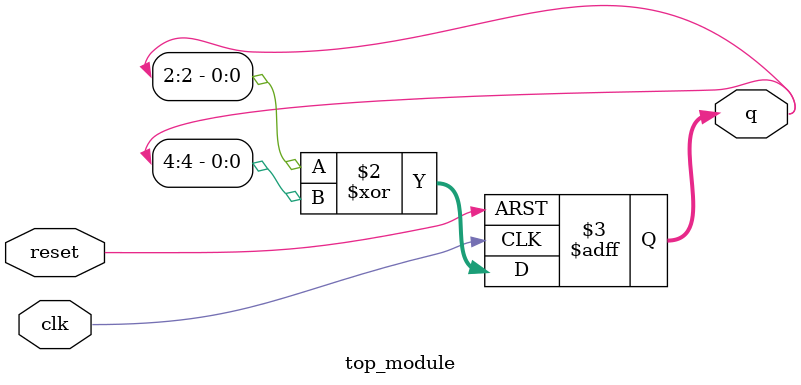
<source format=sv>
module top_module(
    input clk,
    input reset,
    output reg [4:0] q);

    always @(posedge clk or posedge reset) begin
        if (reset)
            q <= 1;
        else 
            q <= q[2] ^ q[4];
    end
    
endmodule

</source>
